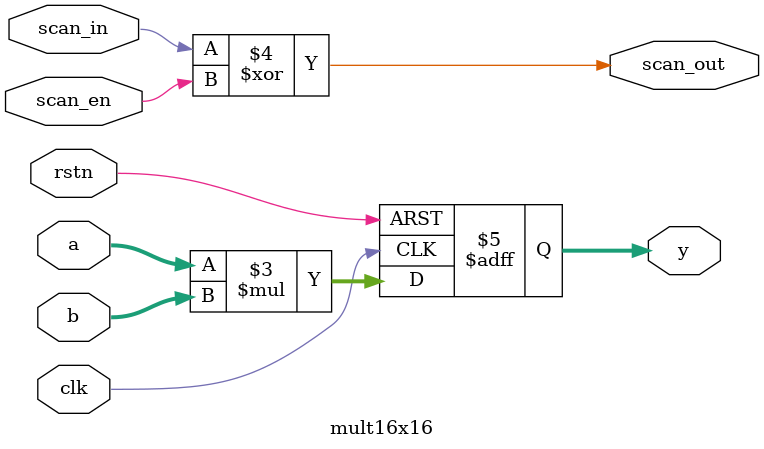
<source format=v>
module mult16x16 (
    input wire clk,
    input wire rstn,         // Active-low reset
    input wire scan_en,      // Scan Enable
    input wire scan_in,      // Scan Input
    output wire scan_out,    // Scan Output
    input wire [15:0] a,
    input wire [15:0] b,
    output reg [31:0] y
);

always @(posedge clk or negedge rstn) begin
    if (!rstn)
        y <= 32'd0;
    else
        y <= a * b;
end

// Optional placeholder scan logic (not required but avoids synthesis warnings)
assign scan_out = scan_in ^ scan_en; // Dummy logic

endmodule


</source>
